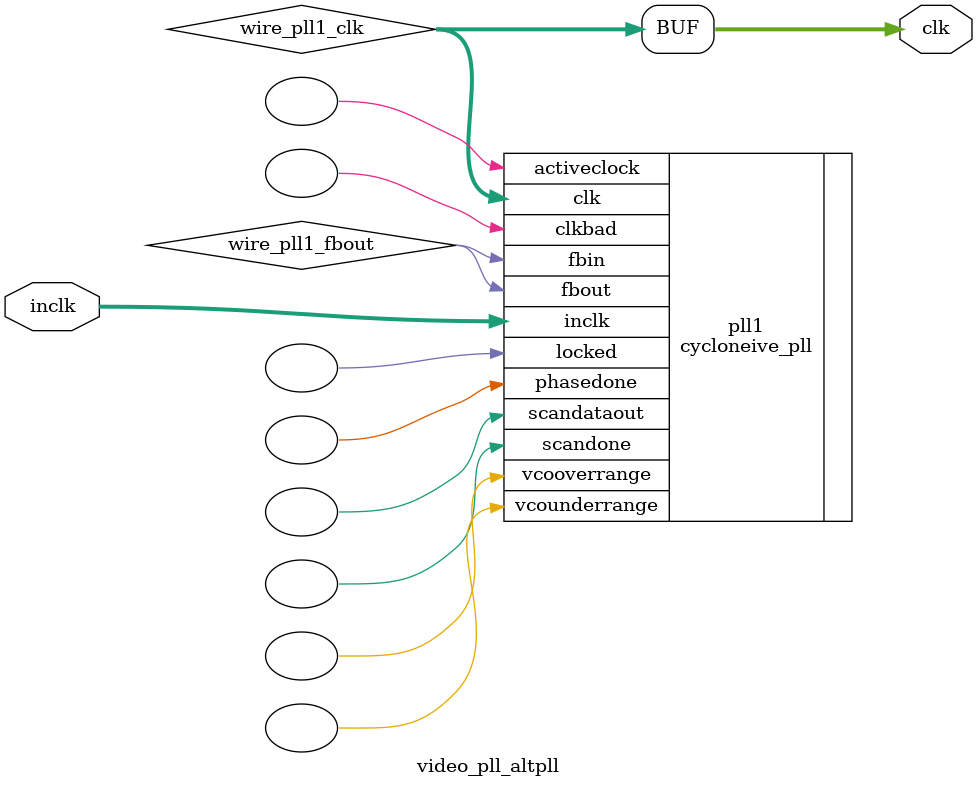
<source format=v>






//synthesis_resources = cycloneive_pll 1 
//synopsys translate_off
`timescale 1 ps / 1 ps
//synopsys translate_on
module  video_pll_altpll
	( 
	clk,
	inclk) /* synthesis synthesis_clearbox=1 */;
	output   [4:0]  clk;
	input   [1:0]  inclk;
`ifndef ALTERA_RESERVED_QIS
// synopsys translate_off
`endif
	tri0   [1:0]  inclk;
`ifndef ALTERA_RESERVED_QIS
// synopsys translate_on
`endif

	wire  [4:0]   wire_pll1_clk;
	wire  wire_pll1_fbout;

	cycloneive_pll   pll1
	( 
	.activeclock(),
	.clk(wire_pll1_clk),
	.clkbad(),
	.fbin(wire_pll1_fbout),
	.fbout(wire_pll1_fbout),
	.inclk(inclk),
	.locked(),
	.phasedone(),
	.scandataout(),
	.scandone(),
	.vcooverrange(),
	.vcounderrange()
	`ifndef FORMAL_VERIFICATION
	// synopsys translate_off
	`endif
	,
	.areset(1'b0),
	.clkswitch(1'b0),
	.configupdate(1'b0),
	.pfdena(1'b1),
	.phasecounterselect({3{1'b0}}),
	.phasestep(1'b0),
	.phaseupdown(1'b0),
	.scanclk(1'b0),
	.scanclkena(1'b1),
	.scandata(1'b0)
	`ifndef FORMAL_VERIFICATION
	// synopsys translate_on
	`endif
	);
	defparam
		pll1.bandwidth_type = "auto",
		pll1.clk0_divide_by = 10,
		pll1.clk0_duty_cycle = 50,
		pll1.clk0_multiply_by = 13,
		pll1.clk0_phase_shift = "0",
		pll1.compensate_clock = "clk0",
		pll1.inclk0_input_frequency = 20000,
		pll1.operation_mode = "normal",
		pll1.pll_type = "auto",
		pll1.lpm_type = "cycloneive_pll";
	assign
		clk = {wire_pll1_clk[4:0]};
endmodule //video_pll_altpll
//VALID FILE

</source>
